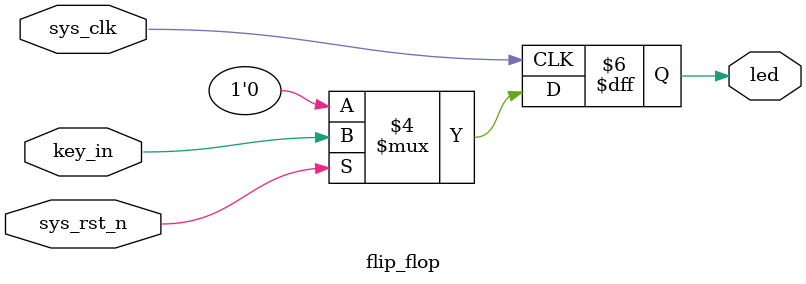
<source format=v>
module flip_flop(
	input		wire		sys_clk,
	input		wire		sys_rst_n,
	input		wire 		key_in,
	
	output	reg		led
);

always @(posedge	sys_clk)	begin
	if(!sys_rst_n)
		led <= 1'b0;
	else
		led <= key_in;
end

endmodule

</source>
